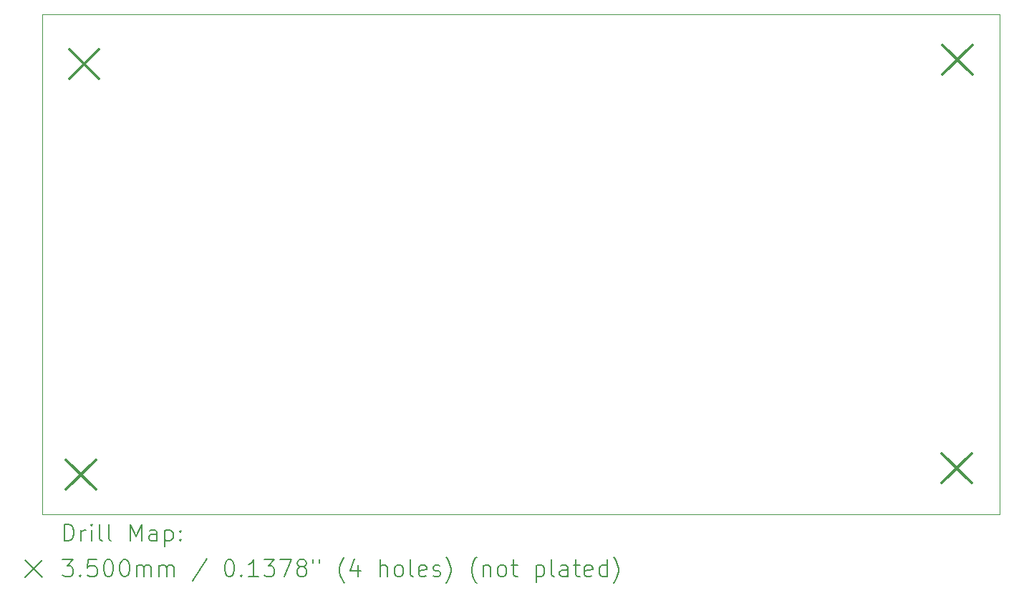
<source format=gbr>
%TF.GenerationSoftware,KiCad,Pcbnew,7.0.5*%
%TF.CreationDate,2023-12-12T17:16:22+05:30*%
%TF.ProjectId,charger ShutDown Circuit,63686172-6765-4722-9053-687574446f77,rev?*%
%TF.SameCoordinates,Original*%
%TF.FileFunction,Drillmap*%
%TF.FilePolarity,Positive*%
%FSLAX45Y45*%
G04 Gerber Fmt 4.5, Leading zero omitted, Abs format (unit mm)*
G04 Created by KiCad (PCBNEW 7.0.5) date 2023-12-12 17:16:22*
%MOMM*%
%LPD*%
G01*
G04 APERTURE LIST*
%ADD10C,0.050000*%
%ADD11C,0.200000*%
%ADD12C,0.350000*%
G04 APERTURE END LIST*
D10*
X2486660Y-1844040D02*
X13804900Y-1844040D01*
X13804900Y-7762240D01*
X2486660Y-7762240D01*
X2486660Y-1844040D01*
D11*
D12*
X2768860Y-7114800D02*
X3118860Y-7464800D01*
X3118860Y-7114800D02*
X2768860Y-7464800D01*
X2804420Y-2258320D02*
X3154420Y-2608320D01*
X3154420Y-2258320D02*
X2804420Y-2608320D01*
X13121900Y-7041140D02*
X13471900Y-7391140D01*
X13471900Y-7041140D02*
X13121900Y-7391140D01*
X13132060Y-2204980D02*
X13482060Y-2554980D01*
X13482060Y-2204980D02*
X13132060Y-2554980D01*
D11*
X2744937Y-8076224D02*
X2744937Y-7876224D01*
X2744937Y-7876224D02*
X2792556Y-7876224D01*
X2792556Y-7876224D02*
X2821127Y-7885748D01*
X2821127Y-7885748D02*
X2840175Y-7904795D01*
X2840175Y-7904795D02*
X2849699Y-7923843D01*
X2849699Y-7923843D02*
X2859222Y-7961938D01*
X2859222Y-7961938D02*
X2859222Y-7990509D01*
X2859222Y-7990509D02*
X2849699Y-8028605D01*
X2849699Y-8028605D02*
X2840175Y-8047652D01*
X2840175Y-8047652D02*
X2821127Y-8066700D01*
X2821127Y-8066700D02*
X2792556Y-8076224D01*
X2792556Y-8076224D02*
X2744937Y-8076224D01*
X2944937Y-8076224D02*
X2944937Y-7942890D01*
X2944937Y-7980986D02*
X2954461Y-7961938D01*
X2954461Y-7961938D02*
X2963984Y-7952414D01*
X2963984Y-7952414D02*
X2983032Y-7942890D01*
X2983032Y-7942890D02*
X3002080Y-7942890D01*
X3068746Y-8076224D02*
X3068746Y-7942890D01*
X3068746Y-7876224D02*
X3059222Y-7885748D01*
X3059222Y-7885748D02*
X3068746Y-7895271D01*
X3068746Y-7895271D02*
X3078270Y-7885748D01*
X3078270Y-7885748D02*
X3068746Y-7876224D01*
X3068746Y-7876224D02*
X3068746Y-7895271D01*
X3192556Y-8076224D02*
X3173508Y-8066700D01*
X3173508Y-8066700D02*
X3163984Y-8047652D01*
X3163984Y-8047652D02*
X3163984Y-7876224D01*
X3297318Y-8076224D02*
X3278270Y-8066700D01*
X3278270Y-8066700D02*
X3268746Y-8047652D01*
X3268746Y-8047652D02*
X3268746Y-7876224D01*
X3525889Y-8076224D02*
X3525889Y-7876224D01*
X3525889Y-7876224D02*
X3592556Y-8019081D01*
X3592556Y-8019081D02*
X3659222Y-7876224D01*
X3659222Y-7876224D02*
X3659222Y-8076224D01*
X3840175Y-8076224D02*
X3840175Y-7971462D01*
X3840175Y-7971462D02*
X3830651Y-7952414D01*
X3830651Y-7952414D02*
X3811603Y-7942890D01*
X3811603Y-7942890D02*
X3773508Y-7942890D01*
X3773508Y-7942890D02*
X3754461Y-7952414D01*
X3840175Y-8066700D02*
X3821127Y-8076224D01*
X3821127Y-8076224D02*
X3773508Y-8076224D01*
X3773508Y-8076224D02*
X3754461Y-8066700D01*
X3754461Y-8066700D02*
X3744937Y-8047652D01*
X3744937Y-8047652D02*
X3744937Y-8028605D01*
X3744937Y-8028605D02*
X3754461Y-8009557D01*
X3754461Y-8009557D02*
X3773508Y-8000033D01*
X3773508Y-8000033D02*
X3821127Y-8000033D01*
X3821127Y-8000033D02*
X3840175Y-7990509D01*
X3935413Y-7942890D02*
X3935413Y-8142890D01*
X3935413Y-7952414D02*
X3954461Y-7942890D01*
X3954461Y-7942890D02*
X3992556Y-7942890D01*
X3992556Y-7942890D02*
X4011603Y-7952414D01*
X4011603Y-7952414D02*
X4021127Y-7961938D01*
X4021127Y-7961938D02*
X4030651Y-7980986D01*
X4030651Y-7980986D02*
X4030651Y-8038128D01*
X4030651Y-8038128D02*
X4021127Y-8057176D01*
X4021127Y-8057176D02*
X4011603Y-8066700D01*
X4011603Y-8066700D02*
X3992556Y-8076224D01*
X3992556Y-8076224D02*
X3954461Y-8076224D01*
X3954461Y-8076224D02*
X3935413Y-8066700D01*
X4116365Y-8057176D02*
X4125889Y-8066700D01*
X4125889Y-8066700D02*
X4116365Y-8076224D01*
X4116365Y-8076224D02*
X4106842Y-8066700D01*
X4106842Y-8066700D02*
X4116365Y-8057176D01*
X4116365Y-8057176D02*
X4116365Y-8076224D01*
X4116365Y-7952414D02*
X4125889Y-7961938D01*
X4125889Y-7961938D02*
X4116365Y-7971462D01*
X4116365Y-7971462D02*
X4106842Y-7961938D01*
X4106842Y-7961938D02*
X4116365Y-7952414D01*
X4116365Y-7952414D02*
X4116365Y-7971462D01*
X2284160Y-8304740D02*
X2484160Y-8504740D01*
X2484160Y-8304740D02*
X2284160Y-8504740D01*
X2725889Y-8296224D02*
X2849699Y-8296224D01*
X2849699Y-8296224D02*
X2783032Y-8372414D01*
X2783032Y-8372414D02*
X2811603Y-8372414D01*
X2811603Y-8372414D02*
X2830651Y-8381938D01*
X2830651Y-8381938D02*
X2840175Y-8391462D01*
X2840175Y-8391462D02*
X2849699Y-8410510D01*
X2849699Y-8410510D02*
X2849699Y-8458129D01*
X2849699Y-8458129D02*
X2840175Y-8477176D01*
X2840175Y-8477176D02*
X2830651Y-8486700D01*
X2830651Y-8486700D02*
X2811603Y-8496224D01*
X2811603Y-8496224D02*
X2754461Y-8496224D01*
X2754461Y-8496224D02*
X2735413Y-8486700D01*
X2735413Y-8486700D02*
X2725889Y-8477176D01*
X2935413Y-8477176D02*
X2944937Y-8486700D01*
X2944937Y-8486700D02*
X2935413Y-8496224D01*
X2935413Y-8496224D02*
X2925889Y-8486700D01*
X2925889Y-8486700D02*
X2935413Y-8477176D01*
X2935413Y-8477176D02*
X2935413Y-8496224D01*
X3125889Y-8296224D02*
X3030651Y-8296224D01*
X3030651Y-8296224D02*
X3021127Y-8391462D01*
X3021127Y-8391462D02*
X3030651Y-8381938D01*
X3030651Y-8381938D02*
X3049699Y-8372414D01*
X3049699Y-8372414D02*
X3097318Y-8372414D01*
X3097318Y-8372414D02*
X3116365Y-8381938D01*
X3116365Y-8381938D02*
X3125889Y-8391462D01*
X3125889Y-8391462D02*
X3135413Y-8410510D01*
X3135413Y-8410510D02*
X3135413Y-8458129D01*
X3135413Y-8458129D02*
X3125889Y-8477176D01*
X3125889Y-8477176D02*
X3116365Y-8486700D01*
X3116365Y-8486700D02*
X3097318Y-8496224D01*
X3097318Y-8496224D02*
X3049699Y-8496224D01*
X3049699Y-8496224D02*
X3030651Y-8486700D01*
X3030651Y-8486700D02*
X3021127Y-8477176D01*
X3259222Y-8296224D02*
X3278270Y-8296224D01*
X3278270Y-8296224D02*
X3297318Y-8305748D01*
X3297318Y-8305748D02*
X3306842Y-8315271D01*
X3306842Y-8315271D02*
X3316365Y-8334319D01*
X3316365Y-8334319D02*
X3325889Y-8372414D01*
X3325889Y-8372414D02*
X3325889Y-8420033D01*
X3325889Y-8420033D02*
X3316365Y-8458129D01*
X3316365Y-8458129D02*
X3306842Y-8477176D01*
X3306842Y-8477176D02*
X3297318Y-8486700D01*
X3297318Y-8486700D02*
X3278270Y-8496224D01*
X3278270Y-8496224D02*
X3259222Y-8496224D01*
X3259222Y-8496224D02*
X3240175Y-8486700D01*
X3240175Y-8486700D02*
X3230651Y-8477176D01*
X3230651Y-8477176D02*
X3221127Y-8458129D01*
X3221127Y-8458129D02*
X3211603Y-8420033D01*
X3211603Y-8420033D02*
X3211603Y-8372414D01*
X3211603Y-8372414D02*
X3221127Y-8334319D01*
X3221127Y-8334319D02*
X3230651Y-8315271D01*
X3230651Y-8315271D02*
X3240175Y-8305748D01*
X3240175Y-8305748D02*
X3259222Y-8296224D01*
X3449699Y-8296224D02*
X3468746Y-8296224D01*
X3468746Y-8296224D02*
X3487794Y-8305748D01*
X3487794Y-8305748D02*
X3497318Y-8315271D01*
X3497318Y-8315271D02*
X3506842Y-8334319D01*
X3506842Y-8334319D02*
X3516365Y-8372414D01*
X3516365Y-8372414D02*
X3516365Y-8420033D01*
X3516365Y-8420033D02*
X3506842Y-8458129D01*
X3506842Y-8458129D02*
X3497318Y-8477176D01*
X3497318Y-8477176D02*
X3487794Y-8486700D01*
X3487794Y-8486700D02*
X3468746Y-8496224D01*
X3468746Y-8496224D02*
X3449699Y-8496224D01*
X3449699Y-8496224D02*
X3430651Y-8486700D01*
X3430651Y-8486700D02*
X3421127Y-8477176D01*
X3421127Y-8477176D02*
X3411603Y-8458129D01*
X3411603Y-8458129D02*
X3402080Y-8420033D01*
X3402080Y-8420033D02*
X3402080Y-8372414D01*
X3402080Y-8372414D02*
X3411603Y-8334319D01*
X3411603Y-8334319D02*
X3421127Y-8315271D01*
X3421127Y-8315271D02*
X3430651Y-8305748D01*
X3430651Y-8305748D02*
X3449699Y-8296224D01*
X3602080Y-8496224D02*
X3602080Y-8362890D01*
X3602080Y-8381938D02*
X3611603Y-8372414D01*
X3611603Y-8372414D02*
X3630651Y-8362890D01*
X3630651Y-8362890D02*
X3659223Y-8362890D01*
X3659223Y-8362890D02*
X3678270Y-8372414D01*
X3678270Y-8372414D02*
X3687794Y-8391462D01*
X3687794Y-8391462D02*
X3687794Y-8496224D01*
X3687794Y-8391462D02*
X3697318Y-8372414D01*
X3697318Y-8372414D02*
X3716365Y-8362890D01*
X3716365Y-8362890D02*
X3744937Y-8362890D01*
X3744937Y-8362890D02*
X3763984Y-8372414D01*
X3763984Y-8372414D02*
X3773508Y-8391462D01*
X3773508Y-8391462D02*
X3773508Y-8496224D01*
X3868746Y-8496224D02*
X3868746Y-8362890D01*
X3868746Y-8381938D02*
X3878270Y-8372414D01*
X3878270Y-8372414D02*
X3897318Y-8362890D01*
X3897318Y-8362890D02*
X3925889Y-8362890D01*
X3925889Y-8362890D02*
X3944937Y-8372414D01*
X3944937Y-8372414D02*
X3954461Y-8391462D01*
X3954461Y-8391462D02*
X3954461Y-8496224D01*
X3954461Y-8391462D02*
X3963984Y-8372414D01*
X3963984Y-8372414D02*
X3983032Y-8362890D01*
X3983032Y-8362890D02*
X4011603Y-8362890D01*
X4011603Y-8362890D02*
X4030651Y-8372414D01*
X4030651Y-8372414D02*
X4040175Y-8391462D01*
X4040175Y-8391462D02*
X4040175Y-8496224D01*
X4430651Y-8286700D02*
X4259223Y-8543843D01*
X4687794Y-8296224D02*
X4706842Y-8296224D01*
X4706842Y-8296224D02*
X4725889Y-8305748D01*
X4725889Y-8305748D02*
X4735413Y-8315271D01*
X4735413Y-8315271D02*
X4744937Y-8334319D01*
X4744937Y-8334319D02*
X4754461Y-8372414D01*
X4754461Y-8372414D02*
X4754461Y-8420033D01*
X4754461Y-8420033D02*
X4744937Y-8458129D01*
X4744937Y-8458129D02*
X4735413Y-8477176D01*
X4735413Y-8477176D02*
X4725889Y-8486700D01*
X4725889Y-8486700D02*
X4706842Y-8496224D01*
X4706842Y-8496224D02*
X4687794Y-8496224D01*
X4687794Y-8496224D02*
X4668747Y-8486700D01*
X4668747Y-8486700D02*
X4659223Y-8477176D01*
X4659223Y-8477176D02*
X4649699Y-8458129D01*
X4649699Y-8458129D02*
X4640175Y-8420033D01*
X4640175Y-8420033D02*
X4640175Y-8372414D01*
X4640175Y-8372414D02*
X4649699Y-8334319D01*
X4649699Y-8334319D02*
X4659223Y-8315271D01*
X4659223Y-8315271D02*
X4668747Y-8305748D01*
X4668747Y-8305748D02*
X4687794Y-8296224D01*
X4840175Y-8477176D02*
X4849699Y-8486700D01*
X4849699Y-8486700D02*
X4840175Y-8496224D01*
X4840175Y-8496224D02*
X4830651Y-8486700D01*
X4830651Y-8486700D02*
X4840175Y-8477176D01*
X4840175Y-8477176D02*
X4840175Y-8496224D01*
X5040175Y-8496224D02*
X4925889Y-8496224D01*
X4983032Y-8496224D02*
X4983032Y-8296224D01*
X4983032Y-8296224D02*
X4963985Y-8324795D01*
X4963985Y-8324795D02*
X4944937Y-8343843D01*
X4944937Y-8343843D02*
X4925889Y-8353367D01*
X5106842Y-8296224D02*
X5230651Y-8296224D01*
X5230651Y-8296224D02*
X5163985Y-8372414D01*
X5163985Y-8372414D02*
X5192556Y-8372414D01*
X5192556Y-8372414D02*
X5211604Y-8381938D01*
X5211604Y-8381938D02*
X5221128Y-8391462D01*
X5221128Y-8391462D02*
X5230651Y-8410510D01*
X5230651Y-8410510D02*
X5230651Y-8458129D01*
X5230651Y-8458129D02*
X5221128Y-8477176D01*
X5221128Y-8477176D02*
X5211604Y-8486700D01*
X5211604Y-8486700D02*
X5192556Y-8496224D01*
X5192556Y-8496224D02*
X5135413Y-8496224D01*
X5135413Y-8496224D02*
X5116366Y-8486700D01*
X5116366Y-8486700D02*
X5106842Y-8477176D01*
X5297318Y-8296224D02*
X5430651Y-8296224D01*
X5430651Y-8296224D02*
X5344937Y-8496224D01*
X5535413Y-8381938D02*
X5516366Y-8372414D01*
X5516366Y-8372414D02*
X5506842Y-8362890D01*
X5506842Y-8362890D02*
X5497318Y-8343843D01*
X5497318Y-8343843D02*
X5497318Y-8334319D01*
X5497318Y-8334319D02*
X5506842Y-8315271D01*
X5506842Y-8315271D02*
X5516366Y-8305748D01*
X5516366Y-8305748D02*
X5535413Y-8296224D01*
X5535413Y-8296224D02*
X5573509Y-8296224D01*
X5573509Y-8296224D02*
X5592556Y-8305748D01*
X5592556Y-8305748D02*
X5602080Y-8315271D01*
X5602080Y-8315271D02*
X5611604Y-8334319D01*
X5611604Y-8334319D02*
X5611604Y-8343843D01*
X5611604Y-8343843D02*
X5602080Y-8362890D01*
X5602080Y-8362890D02*
X5592556Y-8372414D01*
X5592556Y-8372414D02*
X5573509Y-8381938D01*
X5573509Y-8381938D02*
X5535413Y-8381938D01*
X5535413Y-8381938D02*
X5516366Y-8391462D01*
X5516366Y-8391462D02*
X5506842Y-8400986D01*
X5506842Y-8400986D02*
X5497318Y-8420033D01*
X5497318Y-8420033D02*
X5497318Y-8458129D01*
X5497318Y-8458129D02*
X5506842Y-8477176D01*
X5506842Y-8477176D02*
X5516366Y-8486700D01*
X5516366Y-8486700D02*
X5535413Y-8496224D01*
X5535413Y-8496224D02*
X5573509Y-8496224D01*
X5573509Y-8496224D02*
X5592556Y-8486700D01*
X5592556Y-8486700D02*
X5602080Y-8477176D01*
X5602080Y-8477176D02*
X5611604Y-8458129D01*
X5611604Y-8458129D02*
X5611604Y-8420033D01*
X5611604Y-8420033D02*
X5602080Y-8400986D01*
X5602080Y-8400986D02*
X5592556Y-8391462D01*
X5592556Y-8391462D02*
X5573509Y-8381938D01*
X5687794Y-8296224D02*
X5687794Y-8334319D01*
X5763985Y-8296224D02*
X5763985Y-8334319D01*
X6059223Y-8572414D02*
X6049699Y-8562890D01*
X6049699Y-8562890D02*
X6030651Y-8534319D01*
X6030651Y-8534319D02*
X6021128Y-8515271D01*
X6021128Y-8515271D02*
X6011604Y-8486700D01*
X6011604Y-8486700D02*
X6002080Y-8439081D01*
X6002080Y-8439081D02*
X6002080Y-8400986D01*
X6002080Y-8400986D02*
X6011604Y-8353367D01*
X6011604Y-8353367D02*
X6021128Y-8324795D01*
X6021128Y-8324795D02*
X6030651Y-8305748D01*
X6030651Y-8305748D02*
X6049699Y-8277176D01*
X6049699Y-8277176D02*
X6059223Y-8267652D01*
X6221128Y-8362890D02*
X6221128Y-8496224D01*
X6173508Y-8286700D02*
X6125889Y-8429557D01*
X6125889Y-8429557D02*
X6249699Y-8429557D01*
X6478270Y-8496224D02*
X6478270Y-8296224D01*
X6563985Y-8496224D02*
X6563985Y-8391462D01*
X6563985Y-8391462D02*
X6554461Y-8372414D01*
X6554461Y-8372414D02*
X6535413Y-8362890D01*
X6535413Y-8362890D02*
X6506842Y-8362890D01*
X6506842Y-8362890D02*
X6487794Y-8372414D01*
X6487794Y-8372414D02*
X6478270Y-8381938D01*
X6687794Y-8496224D02*
X6668747Y-8486700D01*
X6668747Y-8486700D02*
X6659223Y-8477176D01*
X6659223Y-8477176D02*
X6649699Y-8458129D01*
X6649699Y-8458129D02*
X6649699Y-8400986D01*
X6649699Y-8400986D02*
X6659223Y-8381938D01*
X6659223Y-8381938D02*
X6668747Y-8372414D01*
X6668747Y-8372414D02*
X6687794Y-8362890D01*
X6687794Y-8362890D02*
X6716366Y-8362890D01*
X6716366Y-8362890D02*
X6735413Y-8372414D01*
X6735413Y-8372414D02*
X6744937Y-8381938D01*
X6744937Y-8381938D02*
X6754461Y-8400986D01*
X6754461Y-8400986D02*
X6754461Y-8458129D01*
X6754461Y-8458129D02*
X6744937Y-8477176D01*
X6744937Y-8477176D02*
X6735413Y-8486700D01*
X6735413Y-8486700D02*
X6716366Y-8496224D01*
X6716366Y-8496224D02*
X6687794Y-8496224D01*
X6868747Y-8496224D02*
X6849699Y-8486700D01*
X6849699Y-8486700D02*
X6840175Y-8467652D01*
X6840175Y-8467652D02*
X6840175Y-8296224D01*
X7021128Y-8486700D02*
X7002080Y-8496224D01*
X7002080Y-8496224D02*
X6963985Y-8496224D01*
X6963985Y-8496224D02*
X6944937Y-8486700D01*
X6944937Y-8486700D02*
X6935413Y-8467652D01*
X6935413Y-8467652D02*
X6935413Y-8391462D01*
X6935413Y-8391462D02*
X6944937Y-8372414D01*
X6944937Y-8372414D02*
X6963985Y-8362890D01*
X6963985Y-8362890D02*
X7002080Y-8362890D01*
X7002080Y-8362890D02*
X7021128Y-8372414D01*
X7021128Y-8372414D02*
X7030651Y-8391462D01*
X7030651Y-8391462D02*
X7030651Y-8410510D01*
X7030651Y-8410510D02*
X6935413Y-8429557D01*
X7106842Y-8486700D02*
X7125890Y-8496224D01*
X7125890Y-8496224D02*
X7163985Y-8496224D01*
X7163985Y-8496224D02*
X7183032Y-8486700D01*
X7183032Y-8486700D02*
X7192556Y-8467652D01*
X7192556Y-8467652D02*
X7192556Y-8458129D01*
X7192556Y-8458129D02*
X7183032Y-8439081D01*
X7183032Y-8439081D02*
X7163985Y-8429557D01*
X7163985Y-8429557D02*
X7135413Y-8429557D01*
X7135413Y-8429557D02*
X7116366Y-8420033D01*
X7116366Y-8420033D02*
X7106842Y-8400986D01*
X7106842Y-8400986D02*
X7106842Y-8391462D01*
X7106842Y-8391462D02*
X7116366Y-8372414D01*
X7116366Y-8372414D02*
X7135413Y-8362890D01*
X7135413Y-8362890D02*
X7163985Y-8362890D01*
X7163985Y-8362890D02*
X7183032Y-8372414D01*
X7259223Y-8572414D02*
X7268747Y-8562890D01*
X7268747Y-8562890D02*
X7287794Y-8534319D01*
X7287794Y-8534319D02*
X7297318Y-8515271D01*
X7297318Y-8515271D02*
X7306842Y-8486700D01*
X7306842Y-8486700D02*
X7316366Y-8439081D01*
X7316366Y-8439081D02*
X7316366Y-8400986D01*
X7316366Y-8400986D02*
X7306842Y-8353367D01*
X7306842Y-8353367D02*
X7297318Y-8324795D01*
X7297318Y-8324795D02*
X7287794Y-8305748D01*
X7287794Y-8305748D02*
X7268747Y-8277176D01*
X7268747Y-8277176D02*
X7259223Y-8267652D01*
X7621128Y-8572414D02*
X7611604Y-8562890D01*
X7611604Y-8562890D02*
X7592556Y-8534319D01*
X7592556Y-8534319D02*
X7583032Y-8515271D01*
X7583032Y-8515271D02*
X7573509Y-8486700D01*
X7573509Y-8486700D02*
X7563985Y-8439081D01*
X7563985Y-8439081D02*
X7563985Y-8400986D01*
X7563985Y-8400986D02*
X7573509Y-8353367D01*
X7573509Y-8353367D02*
X7583032Y-8324795D01*
X7583032Y-8324795D02*
X7592556Y-8305748D01*
X7592556Y-8305748D02*
X7611604Y-8277176D01*
X7611604Y-8277176D02*
X7621128Y-8267652D01*
X7697318Y-8362890D02*
X7697318Y-8496224D01*
X7697318Y-8381938D02*
X7706842Y-8372414D01*
X7706842Y-8372414D02*
X7725890Y-8362890D01*
X7725890Y-8362890D02*
X7754461Y-8362890D01*
X7754461Y-8362890D02*
X7773509Y-8372414D01*
X7773509Y-8372414D02*
X7783032Y-8391462D01*
X7783032Y-8391462D02*
X7783032Y-8496224D01*
X7906842Y-8496224D02*
X7887794Y-8486700D01*
X7887794Y-8486700D02*
X7878271Y-8477176D01*
X7878271Y-8477176D02*
X7868747Y-8458129D01*
X7868747Y-8458129D02*
X7868747Y-8400986D01*
X7868747Y-8400986D02*
X7878271Y-8381938D01*
X7878271Y-8381938D02*
X7887794Y-8372414D01*
X7887794Y-8372414D02*
X7906842Y-8362890D01*
X7906842Y-8362890D02*
X7935413Y-8362890D01*
X7935413Y-8362890D02*
X7954461Y-8372414D01*
X7954461Y-8372414D02*
X7963985Y-8381938D01*
X7963985Y-8381938D02*
X7973509Y-8400986D01*
X7973509Y-8400986D02*
X7973509Y-8458129D01*
X7973509Y-8458129D02*
X7963985Y-8477176D01*
X7963985Y-8477176D02*
X7954461Y-8486700D01*
X7954461Y-8486700D02*
X7935413Y-8496224D01*
X7935413Y-8496224D02*
X7906842Y-8496224D01*
X8030652Y-8362890D02*
X8106842Y-8362890D01*
X8059223Y-8296224D02*
X8059223Y-8467652D01*
X8059223Y-8467652D02*
X8068747Y-8486700D01*
X8068747Y-8486700D02*
X8087794Y-8496224D01*
X8087794Y-8496224D02*
X8106842Y-8496224D01*
X8325890Y-8362890D02*
X8325890Y-8562890D01*
X8325890Y-8372414D02*
X8344937Y-8362890D01*
X8344937Y-8362890D02*
X8383033Y-8362890D01*
X8383033Y-8362890D02*
X8402080Y-8372414D01*
X8402080Y-8372414D02*
X8411604Y-8381938D01*
X8411604Y-8381938D02*
X8421128Y-8400986D01*
X8421128Y-8400986D02*
X8421128Y-8458129D01*
X8421128Y-8458129D02*
X8411604Y-8477176D01*
X8411604Y-8477176D02*
X8402080Y-8486700D01*
X8402080Y-8486700D02*
X8383033Y-8496224D01*
X8383033Y-8496224D02*
X8344937Y-8496224D01*
X8344937Y-8496224D02*
X8325890Y-8486700D01*
X8535414Y-8496224D02*
X8516366Y-8486700D01*
X8516366Y-8486700D02*
X8506842Y-8467652D01*
X8506842Y-8467652D02*
X8506842Y-8296224D01*
X8697318Y-8496224D02*
X8697318Y-8391462D01*
X8697318Y-8391462D02*
X8687795Y-8372414D01*
X8687795Y-8372414D02*
X8668747Y-8362890D01*
X8668747Y-8362890D02*
X8630652Y-8362890D01*
X8630652Y-8362890D02*
X8611604Y-8372414D01*
X8697318Y-8486700D02*
X8678271Y-8496224D01*
X8678271Y-8496224D02*
X8630652Y-8496224D01*
X8630652Y-8496224D02*
X8611604Y-8486700D01*
X8611604Y-8486700D02*
X8602080Y-8467652D01*
X8602080Y-8467652D02*
X8602080Y-8448605D01*
X8602080Y-8448605D02*
X8611604Y-8429557D01*
X8611604Y-8429557D02*
X8630652Y-8420033D01*
X8630652Y-8420033D02*
X8678271Y-8420033D01*
X8678271Y-8420033D02*
X8697318Y-8410510D01*
X8763985Y-8362890D02*
X8840175Y-8362890D01*
X8792556Y-8296224D02*
X8792556Y-8467652D01*
X8792556Y-8467652D02*
X8802080Y-8486700D01*
X8802080Y-8486700D02*
X8821128Y-8496224D01*
X8821128Y-8496224D02*
X8840175Y-8496224D01*
X8983033Y-8486700D02*
X8963985Y-8496224D01*
X8963985Y-8496224D02*
X8925890Y-8496224D01*
X8925890Y-8496224D02*
X8906842Y-8486700D01*
X8906842Y-8486700D02*
X8897318Y-8467652D01*
X8897318Y-8467652D02*
X8897318Y-8391462D01*
X8897318Y-8391462D02*
X8906842Y-8372414D01*
X8906842Y-8372414D02*
X8925890Y-8362890D01*
X8925890Y-8362890D02*
X8963985Y-8362890D01*
X8963985Y-8362890D02*
X8983033Y-8372414D01*
X8983033Y-8372414D02*
X8992556Y-8391462D01*
X8992556Y-8391462D02*
X8992556Y-8410510D01*
X8992556Y-8410510D02*
X8897318Y-8429557D01*
X9163985Y-8496224D02*
X9163985Y-8296224D01*
X9163985Y-8486700D02*
X9144937Y-8496224D01*
X9144937Y-8496224D02*
X9106842Y-8496224D01*
X9106842Y-8496224D02*
X9087795Y-8486700D01*
X9087795Y-8486700D02*
X9078271Y-8477176D01*
X9078271Y-8477176D02*
X9068747Y-8458129D01*
X9068747Y-8458129D02*
X9068747Y-8400986D01*
X9068747Y-8400986D02*
X9078271Y-8381938D01*
X9078271Y-8381938D02*
X9087795Y-8372414D01*
X9087795Y-8372414D02*
X9106842Y-8362890D01*
X9106842Y-8362890D02*
X9144937Y-8362890D01*
X9144937Y-8362890D02*
X9163985Y-8372414D01*
X9240176Y-8572414D02*
X9249699Y-8562890D01*
X9249699Y-8562890D02*
X9268747Y-8534319D01*
X9268747Y-8534319D02*
X9278271Y-8515271D01*
X9278271Y-8515271D02*
X9287795Y-8486700D01*
X9287795Y-8486700D02*
X9297318Y-8439081D01*
X9297318Y-8439081D02*
X9297318Y-8400986D01*
X9297318Y-8400986D02*
X9287795Y-8353367D01*
X9287795Y-8353367D02*
X9278271Y-8324795D01*
X9278271Y-8324795D02*
X9268747Y-8305748D01*
X9268747Y-8305748D02*
X9249699Y-8277176D01*
X9249699Y-8277176D02*
X9240176Y-8267652D01*
M02*

</source>
